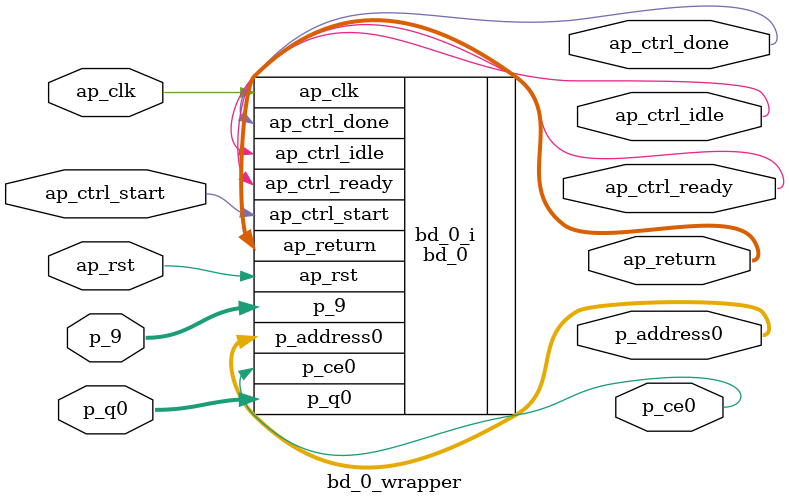
<source format=v>
`timescale 1 ps / 1 ps

module bd_0_wrapper
   (ap_clk,
    ap_ctrl_done,
    ap_ctrl_idle,
    ap_ctrl_ready,
    ap_ctrl_start,
    ap_return,
    ap_rst,
    p_9,
    p_address0,
    p_ce0,
    p_q0);
  input ap_clk;
  output ap_ctrl_done;
  output ap_ctrl_idle;
  output ap_ctrl_ready;
  input ap_ctrl_start;
  output [31:0]ap_return;
  input ap_rst;
  input [63:0]p_9;
  output [1:0]p_address0;
  output p_ce0;
  input [7:0]p_q0;

  wire ap_clk;
  wire ap_ctrl_done;
  wire ap_ctrl_idle;
  wire ap_ctrl_ready;
  wire ap_ctrl_start;
  wire [31:0]ap_return;
  wire ap_rst;
  wire [63:0]p_9;
  wire [1:0]p_address0;
  wire p_ce0;
  wire [7:0]p_q0;

  bd_0 bd_0_i
       (.ap_clk(ap_clk),
        .ap_ctrl_done(ap_ctrl_done),
        .ap_ctrl_idle(ap_ctrl_idle),
        .ap_ctrl_ready(ap_ctrl_ready),
        .ap_ctrl_start(ap_ctrl_start),
        .ap_return(ap_return),
        .ap_rst(ap_rst),
        .p_9(p_9),
        .p_address0(p_address0),
        .p_ce0(p_ce0),
        .p_q0(p_q0));
endmodule

</source>
